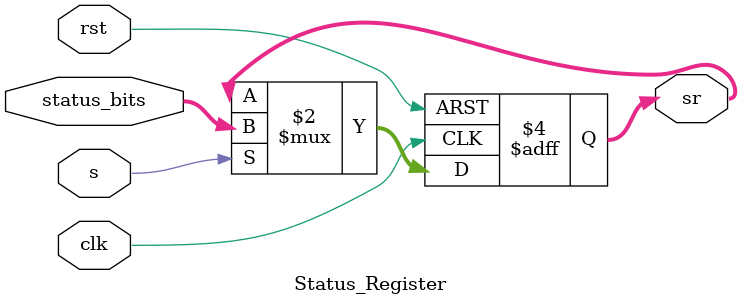
<source format=v>
module Status_Register(input clk, rst, s, input [3:0]status_bits, output reg [3:0]sr);

  always @ (negedge clk, posedge rst) begin
    if (rst) begin sr <= 4'b0000; end
    else if (s) begin sr <= status_bits; end
  end

endmodule

</source>
